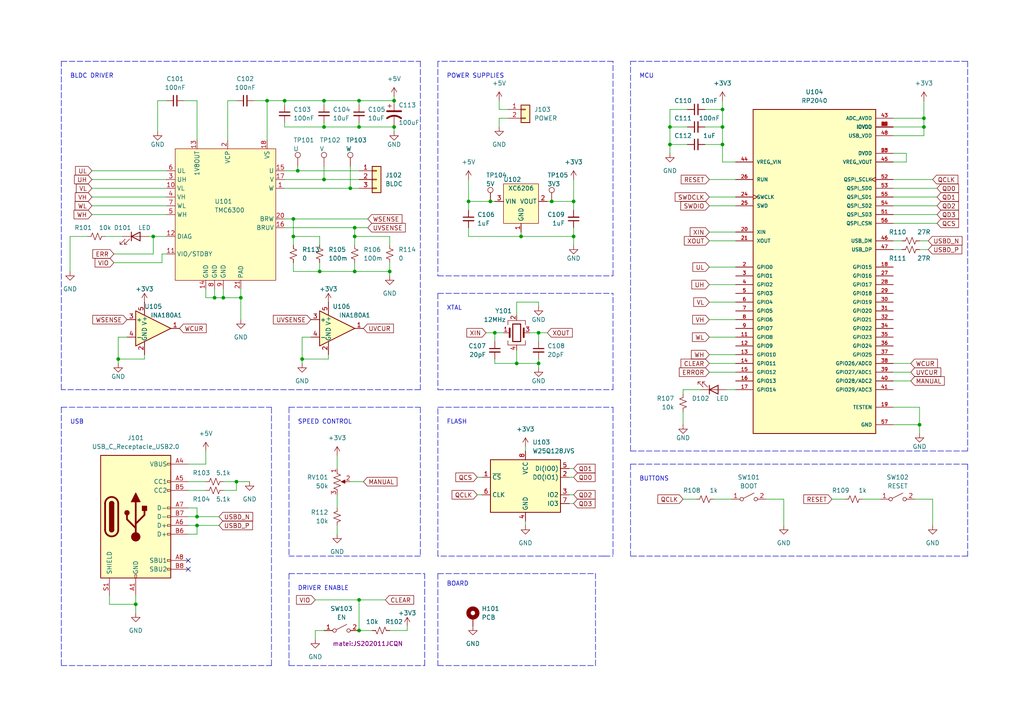
<source format=kicad_sch>
(kicad_sch (version 20211123) (generator eeschema)
  (paper "A4")
  (junction (at 166.37 68.58))
  (junction (at 57.15 152.4))
  (junction (at 104.14 36.83))
  (junction (at 143.51 96.52))
  (junction (at 209.55 31.75))
  (junction (at 135.89 58.42))
  (junction (at 85.09 63.5))
  (junction (at 102.87 68.58))
  (junction (at 62.23 86.36))
  (junction (at 102.87 78.74))
  (junction (at 44.45 68.58))
  (junction (at 34.29 104.14))
  (junction (at 209.55 41.91))
  (junction (at 82.55 29.21))
  (junction (at 194.31 41.91))
  (junction (at 101.6 54.61))
  (junction (at 102.87 66.04))
  (junction (at 93.98 52.07))
  (junction (at 104.14 173.99))
  (junction (at 57.15 149.86))
  (junction (at 160.02 58.42))
  (junction (at 69.85 86.36))
  (junction (at 64.77 86.36))
  (junction (at 114.3 29.21))
  (junction (at 93.98 29.21))
  (junction (at 156.21 105.41))
  (junction (at 142.24 58.42))
  (junction (at 266.7 123.19))
  (junction (at 86.36 49.53))
  (junction (at 267.97 34.29))
  (junction (at 149.86 105.41))
  (junction (at 104.14 29.21))
  (junction (at 209.55 36.83))
  (junction (at 194.31 36.83))
  (junction (at 104.14 182.88))
  (junction (at 156.21 96.52))
  (junction (at 114.3 36.83))
  (junction (at 77.47 29.21))
  (junction (at 92.71 78.74))
  (junction (at 267.97 36.83))
  (junction (at 85.09 68.58))
  (junction (at 93.98 36.83))
  (junction (at 113.03 78.74))
  (junction (at 87.63 104.14))
  (junction (at 151.13 68.58))
  (junction (at 166.37 58.42))
  (junction (at 68.58 139.7))
  (junction (at 39.37 175.26))
  (no_connect (at 54.61 162.56))
  (no_connect (at 54.61 165.1))
  (wire (pts (xy 204.47 36.83) (xy 209.55 36.83)))
  (wire (pts (xy 205.74 107.95) (xy 213.36 107.95)))
  (wire (pts (xy 194.31 41.91) (xy 199.39 41.91)))
  (wire (pts (xy 160.02 58.42) (xy 166.37 58.42)))
  (polyline (pts (xy 127 193.04) (xy 172.72 193.04)))
  (wire (pts (xy 166.37 58.42) (xy 166.37 60.96)))
  (wire (pts (xy 147.32 34.29) (xy 144.78 34.29)))
  (wire (pts (xy 102.87 68.58) (xy 102.87 71.12)))
  (polyline (pts (xy 127 85.09) (xy 177.8 85.09)))
  (wire (pts (xy 194.31 44.45) (xy 194.31 41.91)))
  (wire (pts (xy 26.67 62.23) (xy 48.26 62.23)))
  (wire (pts (xy 259.08 118.11) (xy 266.7 118.11)))
  (wire (pts (xy 25.4 68.58) (xy 20.32 68.58)))
  (wire (pts (xy 205.74 67.31) (xy 213.36 67.31)))
  (polyline (pts (xy 175.26 161.29) (xy 177.8 161.29)))
  (wire (pts (xy 102.87 68.58) (xy 113.03 68.58)))
  (polyline (pts (xy 177.8 17.78) (xy 127 17.78)))
  (wire (pts (xy 205.74 57.15) (xy 213.36 57.15)))
  (polyline (pts (xy 280.67 17.78) (xy 280.67 130.81)))
  (wire (pts (xy 194.31 36.83) (xy 194.31 31.75)))
  (wire (pts (xy 156.21 96.52) (xy 156.21 99.06)))
  (wire (pts (xy 31.75 175.26) (xy 39.37 175.26)))
  (wire (pts (xy 267.97 34.29) (xy 267.97 36.83)))
  (wire (pts (xy 262.89 44.45) (xy 262.89 46.99)))
  (polyline (pts (xy 127 166.37) (xy 127 193.04)))
  (wire (pts (xy 259.08 107.95) (xy 264.16 107.95)))
  (wire (pts (xy 205.74 102.87) (xy 213.36 102.87)))
  (wire (pts (xy 87.63 97.79) (xy 87.63 104.14)))
  (wire (pts (xy 104.14 35.56) (xy 104.14 36.83)))
  (wire (pts (xy 156.21 104.14) (xy 156.21 105.41)))
  (wire (pts (xy 153.67 96.52) (xy 156.21 96.52)))
  (wire (pts (xy 69.85 83.82) (xy 69.85 86.36)))
  (wire (pts (xy 92.71 78.74) (xy 102.87 78.74)))
  (wire (pts (xy 54.61 139.7) (xy 59.69 139.7)))
  (wire (pts (xy 57.15 29.21) (xy 53.34 29.21)))
  (wire (pts (xy 204.47 41.91) (xy 209.55 41.91)))
  (wire (pts (xy 82.55 54.61) (xy 101.6 54.61)))
  (wire (pts (xy 77.47 29.21) (xy 77.47 40.64)))
  (wire (pts (xy 205.74 87.63) (xy 213.36 87.63)))
  (wire (pts (xy 90.17 97.79) (xy 87.63 97.79)))
  (wire (pts (xy 92.71 68.58) (xy 85.09 68.58)))
  (wire (pts (xy 209.55 29.21) (xy 209.55 31.75)))
  (wire (pts (xy 198.12 113.03) (xy 203.2 113.03)))
  (wire (pts (xy 204.47 31.75) (xy 209.55 31.75)))
  (wire (pts (xy 259.08 64.77) (xy 271.78 64.77)))
  (wire (pts (xy 138.43 143.51) (xy 139.7 143.51)))
  (wire (pts (xy 262.89 46.99) (xy 259.08 46.99)))
  (wire (pts (xy 250.19 144.78) (xy 255.27 144.78)))
  (polyline (pts (xy 182.88 134.62) (xy 280.67 134.62)))
  (wire (pts (xy 118.11 182.88) (xy 113.03 182.88)))
  (wire (pts (xy 44.45 73.66) (xy 44.45 68.58)))
  (wire (pts (xy 205.74 69.85) (xy 213.36 69.85)))
  (wire (pts (xy 62.23 86.36) (xy 64.77 86.36)))
  (wire (pts (xy 57.15 147.32) (xy 57.15 149.86)))
  (wire (pts (xy 34.29 104.14) (xy 34.29 105.41)))
  (wire (pts (xy 54.61 147.32) (xy 57.15 147.32)))
  (polyline (pts (xy 127 85.09) (xy 127 113.03)))
  (wire (pts (xy 259.08 36.83) (xy 267.97 36.83)))
  (wire (pts (xy 41.91 104.14) (xy 34.29 104.14)))
  (polyline (pts (xy 121.92 113.03) (xy 17.78 113.03)))
  (wire (pts (xy 209.55 31.75) (xy 209.55 36.83)))
  (wire (pts (xy 267.97 36.83) (xy 267.97 39.37)))
  (polyline (pts (xy 127 161.29) (xy 127 118.11)))
  (wire (pts (xy 66.04 40.64) (xy 66.04 29.21)))
  (wire (pts (xy 104.14 29.21) (xy 104.14 30.48)))
  (wire (pts (xy 149.86 87.63) (xy 156.21 87.63)))
  (polyline (pts (xy 78.74 193.04) (xy 78.74 118.11)))
  (wire (pts (xy 149.86 91.44) (xy 149.86 87.63)))
  (wire (pts (xy 140.97 96.52) (xy 143.51 96.52)))
  (wire (pts (xy 135.89 58.42) (xy 142.24 58.42)))
  (wire (pts (xy 35.56 68.58) (xy 30.48 68.58)))
  (wire (pts (xy 86.36 49.53) (xy 104.14 49.53)))
  (wire (pts (xy 92.71 76.2) (xy 92.71 78.74)))
  (polyline (pts (xy 182.88 130.81) (xy 182.88 17.78)))
  (wire (pts (xy 54.61 142.24) (xy 59.69 142.24)))
  (wire (pts (xy 102.87 66.04) (xy 102.87 68.58)))
  (wire (pts (xy 93.98 48.26) (xy 93.98 52.07)))
  (wire (pts (xy 135.89 52.07) (xy 135.89 58.42)))
  (wire (pts (xy 259.08 52.07) (xy 270.51 52.07)))
  (polyline (pts (xy 172.72 193.04) (xy 172.72 166.37)))
  (wire (pts (xy 57.15 154.94) (xy 54.61 154.94)))
  (wire (pts (xy 156.21 96.52) (xy 158.75 96.52)))
  (wire (pts (xy 33.02 73.66) (xy 44.45 73.66)))
  (wire (pts (xy 152.4 129.54) (xy 152.4 130.81)))
  (polyline (pts (xy 17.78 113.03) (xy 17.78 17.78)))
  (wire (pts (xy 26.67 49.53) (xy 48.26 49.53)))
  (wire (pts (xy 227.33 144.78) (xy 227.33 152.4)))
  (wire (pts (xy 165.1 143.51) (xy 166.37 143.51)))
  (polyline (pts (xy 83.82 118.11) (xy 83.82 161.29)))
  (wire (pts (xy 198.12 113.03) (xy 198.12 114.3)))
  (wire (pts (xy 166.37 68.58) (xy 166.37 71.12)))
  (wire (pts (xy 156.21 105.41) (xy 149.86 105.41)))
  (polyline (pts (xy 182.88 130.81) (xy 280.67 130.81)))
  (wire (pts (xy 26.67 52.07) (xy 48.26 52.07)))
  (wire (pts (xy 39.37 175.26) (xy 39.37 177.8)))
  (wire (pts (xy 87.63 104.14) (xy 87.63 105.41)))
  (wire (pts (xy 113.03 68.58) (xy 113.03 71.12)))
  (wire (pts (xy 82.55 66.04) (xy 102.87 66.04)))
  (wire (pts (xy 91.44 173.99) (xy 104.14 173.99)))
  (wire (pts (xy 93.98 36.83) (xy 93.98 35.56)))
  (wire (pts (xy 259.08 59.69) (xy 271.78 59.69)))
  (polyline (pts (xy 182.88 17.78) (xy 280.67 17.78)))
  (wire (pts (xy 142.24 58.42) (xy 143.51 58.42)))
  (wire (pts (xy 113.03 78.74) (xy 102.87 78.74)))
  (wire (pts (xy 118.11 181.61) (xy 118.11 182.88)))
  (wire (pts (xy 36.83 97.79) (xy 34.29 97.79)))
  (wire (pts (xy 97.79 152.4) (xy 97.79 154.94)))
  (wire (pts (xy 33.02 76.2) (xy 46.99 76.2)))
  (wire (pts (xy 59.69 134.62) (xy 59.69 130.81)))
  (wire (pts (xy 93.98 182.88) (xy 91.44 182.88)))
  (wire (pts (xy 149.86 105.41) (xy 143.51 105.41)))
  (wire (pts (xy 68.58 139.7) (xy 72.39 139.7)))
  (polyline (pts (xy 182.88 134.62) (xy 182.88 161.29)))
  (wire (pts (xy 144.78 31.75) (xy 147.32 31.75)))
  (polyline (pts (xy 17.78 17.78) (xy 121.92 17.78)))
  (wire (pts (xy 31.75 172.72) (xy 31.75 175.26)))
  (wire (pts (xy 259.08 54.61) (xy 271.78 54.61)))
  (wire (pts (xy 135.89 68.58) (xy 151.13 68.58)))
  (wire (pts (xy 93.98 36.83) (xy 82.55 36.83)))
  (wire (pts (xy 85.09 78.74) (xy 92.71 78.74)))
  (polyline (pts (xy 83.82 166.37) (xy 123.19 166.37)))
  (wire (pts (xy 144.78 29.21) (xy 144.78 31.75)))
  (wire (pts (xy 144.78 34.29) (xy 144.78 36.83)))
  (polyline (pts (xy 17.78 118.11) (xy 17.78 193.04)))
  (wire (pts (xy 101.6 139.7) (xy 105.41 139.7)))
  (wire (pts (xy 266.7 123.19) (xy 266.7 125.73)))
  (wire (pts (xy 205.74 59.69) (xy 213.36 59.69)))
  (wire (pts (xy 259.08 110.49) (xy 264.16 110.49)))
  (wire (pts (xy 194.31 41.91) (xy 194.31 36.83)))
  (wire (pts (xy 97.79 132.08) (xy 97.79 135.89)))
  (wire (pts (xy 151.13 67.31) (xy 151.13 68.58)))
  (wire (pts (xy 205.74 97.79) (xy 213.36 97.79)))
  (wire (pts (xy 48.26 73.66) (xy 46.99 73.66)))
  (wire (pts (xy 57.15 149.86) (xy 63.5 149.86)))
  (wire (pts (xy 20.32 68.58) (xy 20.32 78.74)))
  (wire (pts (xy 259.08 57.15) (xy 271.78 57.15)))
  (wire (pts (xy 102.87 66.04) (xy 106.68 66.04)))
  (polyline (pts (xy 17.78 118.11) (xy 78.74 118.11)))
  (wire (pts (xy 143.51 96.52) (xy 146.05 96.52)))
  (polyline (pts (xy 123.19 193.04) (xy 123.19 166.37)))
  (wire (pts (xy 259.08 105.41) (xy 264.16 105.41)))
  (wire (pts (xy 209.55 36.83) (xy 209.55 41.91)))
  (wire (pts (xy 93.98 29.21) (xy 104.14 29.21)))
  (wire (pts (xy 62.23 83.82) (xy 62.23 86.36)))
  (wire (pts (xy 143.51 99.06) (xy 143.51 96.52)))
  (polyline (pts (xy 127 80.01) (xy 177.8 80.01)))
  (wire (pts (xy 158.75 58.42) (xy 160.02 58.42)))
  (wire (pts (xy 207.01 144.78) (xy 212.09 144.78)))
  (wire (pts (xy 198.12 144.78) (xy 201.93 144.78)))
  (wire (pts (xy 82.55 29.21) (xy 82.55 30.48)))
  (wire (pts (xy 45.72 29.21) (xy 45.72 38.1)))
  (polyline (pts (xy 280.67 161.29) (xy 182.88 161.29)))
  (polyline (pts (xy 177.8 118.11) (xy 177.8 161.29)))
  (wire (pts (xy 222.25 144.78) (xy 227.33 144.78)))
  (wire (pts (xy 198.12 119.38) (xy 198.12 123.19)))
  (wire (pts (xy 213.36 113.03) (xy 210.82 113.03)))
  (wire (pts (xy 64.77 86.36) (xy 69.85 86.36)))
  (wire (pts (xy 259.08 39.37) (xy 267.97 39.37)))
  (wire (pts (xy 149.86 101.6) (xy 149.86 105.41)))
  (polyline (pts (xy 177.8 80.01) (xy 177.8 17.78)))
  (wire (pts (xy 138.43 138.43) (xy 139.7 138.43)))
  (wire (pts (xy 194.31 31.75) (xy 199.39 31.75)))
  (wire (pts (xy 205.74 82.55) (xy 213.36 82.55)))
  (wire (pts (xy 57.15 152.4) (xy 63.5 152.4)))
  (wire (pts (xy 86.36 48.26) (xy 86.36 49.53)))
  (wire (pts (xy 95.25 104.14) (xy 87.63 104.14)))
  (wire (pts (xy 59.69 83.82) (xy 59.69 86.36)))
  (wire (pts (xy 102.87 76.2) (xy 102.87 78.74)))
  (wire (pts (xy 93.98 29.21) (xy 93.98 30.48)))
  (wire (pts (xy 26.67 57.15) (xy 48.26 57.15)))
  (polyline (pts (xy 127 166.37) (xy 172.72 166.37)))
  (wire (pts (xy 113.03 76.2) (xy 113.03 78.74)))
  (wire (pts (xy 64.77 83.82) (xy 64.77 86.36)))
  (wire (pts (xy 57.15 149.86) (xy 54.61 149.86)))
  (wire (pts (xy 57.15 152.4) (xy 57.15 154.94)))
  (wire (pts (xy 82.55 63.5) (xy 85.09 63.5)))
  (polyline (pts (xy 83.82 193.04) (xy 123.19 193.04)))
  (polyline (pts (xy 121.92 17.78) (xy 121.92 113.03)))
  (wire (pts (xy 48.26 29.21) (xy 45.72 29.21)))
  (wire (pts (xy 205.74 105.41) (xy 213.36 105.41)))
  (wire (pts (xy 135.89 66.04) (xy 135.89 68.58)))
  (polyline (pts (xy 127 113.03) (xy 177.8 113.03)))
  (wire (pts (xy 165.1 138.43) (xy 166.37 138.43)))
  (wire (pts (xy 44.45 68.58) (xy 43.18 68.58)))
  (polyline (pts (xy 83.82 118.11) (xy 121.92 118.11)))
  (wire (pts (xy 267.97 29.21) (xy 267.97 34.29)))
  (wire (pts (xy 166.37 66.04) (xy 166.37 68.58)))
  (wire (pts (xy 205.74 52.07) (xy 213.36 52.07)))
  (polyline (pts (xy 127 17.78) (xy 127 80.01)))
  (wire (pts (xy 209.55 46.99) (xy 213.36 46.99)))
  (wire (pts (xy 77.47 29.21) (xy 82.55 29.21)))
  (wire (pts (xy 113.03 78.74) (xy 113.03 80.01)))
  (wire (pts (xy 107.95 182.88) (xy 104.14 182.88)))
  (wire (pts (xy 59.69 86.36) (xy 62.23 86.36)))
  (wire (pts (xy 104.14 173.99) (xy 104.14 182.88)))
  (wire (pts (xy 85.09 63.5) (xy 106.68 63.5)))
  (polyline (pts (xy 121.92 161.29) (xy 83.82 161.29)))
  (wire (pts (xy 82.55 49.53) (xy 86.36 49.53)))
  (wire (pts (xy 241.3 144.78) (xy 245.11 144.78)))
  (wire (pts (xy 165.1 135.89) (xy 166.37 135.89)))
  (wire (pts (xy 104.14 36.83) (xy 114.3 36.83)))
  (wire (pts (xy 156.21 87.63) (xy 156.21 88.9)))
  (wire (pts (xy 64.77 142.24) (xy 68.58 142.24)))
  (wire (pts (xy 156.21 105.41) (xy 156.21 106.68)))
  (wire (pts (xy 44.45 68.58) (xy 48.26 68.58)))
  (wire (pts (xy 270.51 144.78) (xy 270.51 152.4)))
  (wire (pts (xy 92.71 68.58) (xy 92.71 71.12)))
  (polyline (pts (xy 121.92 118.11) (xy 121.92 161.29)))
  (wire (pts (xy 91.44 182.88) (xy 91.44 185.42)))
  (wire (pts (xy 259.08 44.45) (xy 262.89 44.45)))
  (wire (pts (xy 26.67 59.69) (xy 48.26 59.69)))
  (wire (pts (xy 41.91 102.87) (xy 41.91 104.14)))
  (wire (pts (xy 54.61 152.4) (xy 57.15 152.4)))
  (wire (pts (xy 97.79 143.51) (xy 97.79 147.32)))
  (wire (pts (xy 165.1 146.05) (xy 166.37 146.05)))
  (wire (pts (xy 68.58 142.24) (xy 68.58 139.7)))
  (wire (pts (xy 152.4 151.13) (xy 152.4 152.4)))
  (wire (pts (xy 205.74 77.47) (xy 213.36 77.47)))
  (wire (pts (xy 209.55 41.91) (xy 209.55 46.99)))
  (wire (pts (xy 95.25 102.87) (xy 95.25 104.14)))
  (polyline (pts (xy 83.82 166.37) (xy 83.82 193.04)))
  (wire (pts (xy 259.08 72.39) (xy 261.62 72.39)))
  (wire (pts (xy 205.74 92.71) (xy 213.36 92.71)))
  (polyline (pts (xy 175.26 161.29) (xy 127 161.29)))
  (wire (pts (xy 194.31 36.83) (xy 199.39 36.83)))
  (wire (pts (xy 135.89 58.42) (xy 135.89 60.96)))
  (wire (pts (xy 143.51 105.41) (xy 143.51 104.14)))
  (wire (pts (xy 57.15 40.64) (xy 57.15 29.21)))
  (wire (pts (xy 266.7 72.39) (xy 269.24 72.39)))
  (wire (pts (xy 34.29 97.79) (xy 34.29 104.14)))
  (wire (pts (xy 104.14 29.21) (xy 114.3 29.21)))
  (wire (pts (xy 114.3 36.83) (xy 114.3 38.1)))
  (wire (pts (xy 266.7 118.11) (xy 266.7 123.19)))
  (wire (pts (xy 82.55 52.07) (xy 93.98 52.07)))
  (wire (pts (xy 85.09 63.5) (xy 85.09 68.58)))
  (wire (pts (xy 259.08 123.19) (xy 266.7 123.19)))
  (polyline (pts (xy 280.67 134.62) (xy 280.67 161.29)))
  (wire (pts (xy 54.61 134.62) (xy 59.69 134.62)))
  (wire (pts (xy 69.85 86.36) (xy 69.85 92.71)))
  (wire (pts (xy 101.6 48.26) (xy 101.6 54.61)))
  (wire (pts (xy 259.08 62.23) (xy 271.78 62.23)))
  (wire (pts (xy 93.98 36.83) (xy 104.14 36.83)))
  (wire (pts (xy 85.09 76.2) (xy 85.09 78.74)))
  (wire (pts (xy 26.67 54.61) (xy 48.26 54.61)))
  (wire (pts (xy 101.6 54.61) (xy 104.14 54.61)))
  (polyline (pts (xy 177.8 113.03) (xy 177.8 85.09)))
  (wire (pts (xy 266.7 69.85) (xy 269.24 69.85)))
  (wire (pts (xy 259.08 34.29) (xy 267.97 34.29)))
  (wire (pts (xy 111.76 173.99) (xy 104.14 173.99)))
  (wire (pts (xy 73.66 29.21) (xy 77.47 29.21)))
  (wire (pts (xy 265.43 144.78) (xy 270.51 144.78)))
  (wire (pts (xy 151.13 68.58) (xy 166.37 68.58)))
  (wire (pts (xy 46.99 73.66) (xy 46.99 76.2)))
  (wire (pts (xy 82.55 29.21) (xy 93.98 29.21)))
  (wire (pts (xy 82.55 35.56) (xy 82.55 36.83)))
  (wire (pts (xy 66.04 29.21) (xy 68.58 29.21)))
  (wire (pts (xy 93.98 52.07) (xy 104.14 52.07)))
  (wire (pts (xy 85.09 68.58) (xy 85.09 71.12)))
  (wire (pts (xy 259.08 69.85) (xy 261.62 69.85)))
  (polyline (pts (xy 17.78 193.04) (xy 78.74 193.04)))
  (wire (pts (xy 166.37 58.42) (xy 166.37 52.07)))
  (wire (pts (xy 39.37 172.72) (xy 39.37 175.26)))
  (wire (pts (xy 64.77 139.7) (xy 68.58 139.7)))
  (polyline (pts (xy 127 118.11) (xy 177.8 118.11)))
  (wire (pts (xy 114.3 27.94) (xy 114.3 29.21)))
  (text "BUTTONS" (at 185.42 139.7 0) (effects (font (size 1.27 1.27)) (justify left bottom)))
  (text "BLDC DRIVER" (at 20.32 22.86 0) (effects (font (size 1.27 1.27)) (justify left bottom)))
  (text "BOARD" (at 129.54 170.18 0) (effects (font (size 1.27 1.27)) (justify left bottom)))
  (text "SPEED CONTROL" (at 86.36 123.19 0) (effects (font (size 1.27 1.27)) (justify left bottom)))
  (text "XTAL" (at 129.54 90.17 0) (effects (font (size 1.27 1.27)) (justify left bottom)))
  (text "MCU" (at 185.42 22.86 0) (effects (font (size 1.27 1.27)) (justify left bottom)))
  (text "USB" (at 20.32 123.19 0) (effects (font (size 1.27 1.27)) (justify left bottom)))
  (text "FLASH" (at 129.54 123.19 0) (effects (font (size 1.27 1.27)) (justify left bottom)))
  (text "POWER SUPPLIES" (at 129.54 22.86 0) (effects (font (size 1.27 1.27)) (justify left bottom)))
  (text "DRIVER ENABLE" (at 86.36 171.45 0) (effects (font (size 1.27 1.27)) (justify left bottom)))
  (global_label "RESET" (shape input) (at 205.74 52.07 180) (property "Intersheet References" "${INTERSHEET_REFS}" (effects hide)))
  (global_label "WCUR" (shape input) (at 264.16 105.41 0) (property "Intersheet References" "${INTERSHEET_REFS}" (effects hide)))
  (global_label "QCLK" (shape input) (at 138.43 143.51 180) (property "Intersheet References" "${INTERSHEET_REFS}" (effects hide)))
  (global_label "WCUR" (shape input) (at 52.07 95.25 0) (property "Intersheet References" "${INTERSHEET_REFS}" (effects hide)))
  (global_label "CLEAR" (shape input) (at 111.76 173.99 0) (property "Intersheet References" "${INTERSHEET_REFS}" (effects hide)))
  (global_label "USBD_P" (shape input) (at 63.5 152.4 0) (property "Intersheet References" "${INTERSHEET_REFS}" (effects hide)))
  (global_label "WSENSE" (shape input) (at 106.68 63.5 0) (property "Intersheet References" "${INTERSHEET_REFS}" (effects hide)))
  (global_label "UVSENSE" (shape input) (at 106.68 66.04 0) (property "Intersheet References" "${INTERSHEET_REFS}" (effects hide)))
  (global_label "CLEAR" (shape input) (at 205.74 105.41 180) (property "Intersheet References" "${INTERSHEET_REFS}" (effects hide)))
  (global_label "UVCUR" (shape input) (at 264.16 107.95 0) (property "Intersheet References" "${INTERSHEET_REFS}" (effects hide)))
  (global_label "WH" (shape input) (at 26.67 62.23 180) (property "Intersheet References" "${INTERSHEET_REFS}" (effects hide)))
  (global_label "UVCUR" (shape input) (at 105.41 95.25 0) (property "Intersheet References" "${INTERSHEET_REFS}" (effects hide)))
  (global_label "USBD_P" (shape input) (at 269.24 72.39 0) (property "Intersheet References" "${INTERSHEET_REFS}" (effects hide)))
  (global_label "QD2" (shape input) (at 166.37 143.51 0) (property "Intersheet References" "${INTERSHEET_REFS}" (effects hide)))
  (global_label "VL" (shape input) (at 26.67 54.61 180) (property "Intersheet References" "${INTERSHEET_REFS}" (effects hide)))
  (global_label "XOUT" (shape input) (at 205.74 69.85 180) (property "Intersheet References" "${INTERSHEET_REFS}" (effects hide)))
  (global_label "QD1" (shape input) (at 271.78 57.15 0) (property "Intersheet References" "${INTERSHEET_REFS}" (effects hide)))
  (global_label "WSENSE" (shape input) (at 36.83 92.71 180) (property "Intersheet References" "${INTERSHEET_REFS}" (effects hide)))
  (global_label "QCS" (shape input) (at 138.43 138.43 180) (property "Intersheet References" "${INTERSHEET_REFS}" (effects hide)))
  (global_label "RESET" (shape input) (at 241.3 144.78 180) (property "Intersheet References" "${INTERSHEET_REFS}" (effects hide)))
  (global_label "MANUAL" (shape input) (at 105.41 139.7 0) (property "Intersheet References" "${INTERSHEET_REFS}" (effects hide)))
  (global_label "VL" (shape input) (at 205.74 87.63 180) (property "Intersheet References" "${INTERSHEET_REFS}" (effects hide)))
  (global_label "UH" (shape input) (at 26.67 52.07 180) (property "Intersheet References" "${INTERSHEET_REFS}" (effects hide)))
  (global_label "VIO" (shape input) (at 91.44 173.99 180) (property "Intersheet References" "${INTERSHEET_REFS}" (effects hide)))
  (global_label "UL" (shape input) (at 26.67 49.53 180) (property "Intersheet References" "${INTERSHEET_REFS}" (effects hide)))
  (global_label "UL" (shape input) (at 205.74 77.47 180) (property "Intersheet References" "${INTERSHEET_REFS}" (effects hide)))
  (global_label "VH" (shape input) (at 205.74 92.71 180) (property "Intersheet References" "${INTERSHEET_REFS}" (effects hide)))
  (global_label "WH" (shape input) (at 205.74 102.87 180) (property "Intersheet References" "${INTERSHEET_REFS}" (effects hide)))
  (global_label "QCS" (shape input) (at 271.78 64.77 0) (property "Intersheet References" "${INTERSHEET_REFS}" (effects hide)))
  (global_label "VIO" (shape input) (at 33.02 76.2 180) (property "Intersheet References" "${INTERSHEET_REFS}" (effects hide)))
  (global_label "QCLK" (shape input) (at 270.51 52.07 0) (property "Intersheet References" "${INTERSHEET_REFS}" (effects hide)))
  (global_label "UVSENSE" (shape input) (at 90.17 92.71 180) (property "Intersheet References" "${INTERSHEET_REFS}" (effects hide)))
  (global_label "USBD_N" (shape input) (at 63.5 149.86 0) (property "Intersheet References" "${INTERSHEET_REFS}" (effects hide)))
  (global_label "QCLK" (shape input) (at 198.12 144.78 180) (property "Intersheet References" "${INTERSHEET_REFS}" (effects hide)))
  (global_label "XOUT" (shape input) (at 158.75 96.52 0) (property "Intersheet References" "${INTERSHEET_REFS}" (effects hide)))
  (global_label "WL" (shape input) (at 26.67 59.69 180) (property "Intersheet References" "${INTERSHEET_REFS}" (effects hide)))
  (global_label "WL" (shape input) (at 205.74 97.79 180) (property "Intersheet References" "${INTERSHEET_REFS}" (effects hide)))
  (global_label "QD1" (shape input) (at 166.37 135.89 0) (property "Intersheet References" "${INTERSHEET_REFS}" (effects hide)))
  (global_label "UH" (shape input) (at 205.74 82.55 180) (property "Intersheet References" "${INTERSHEET_REFS}" (effects hide)))
  (global_label "XIN" (shape input) (at 140.97 96.52 180) (property "Intersheet References" "${INTERSHEET_REFS}" (effects hide)))
  (global_label "QD2" (shape input) (at 271.78 59.69 0) (property "Intersheet References" "${INTERSHEET_REFS}" (effects hide)))
  (global_label "QD0" (shape input) (at 271.78 54.61 0) (property "Intersheet References" "${INTERSHEET_REFS}" (effects hide)))
  (global_label "VH" (shape input) (at 26.67 57.15 180) (property "Intersheet References" "${INTERSHEET_REFS}" (effects hide)))
  (global_label "SWDCLK" (shape input) (at 205.74 57.15 180) (property "Intersheet References" "${INTERSHEET_REFS}" (effects hide)))
  (global_label "SWDIO" (shape input) (at 205.74 59.69 180) (property "Intersheet References" "${INTERSHEET_REFS}" (effects hide)))
  (global_label "QD0" (shape input) (at 166.37 138.43 0) (property "Intersheet References" "${INTERSHEET_REFS}" (effects hide)))
  (global_label "XIN" (shape input) (at 205.74 67.31 180) (property "Intersheet References" "${INTERSHEET_REFS}" (effects hide)))
  (global_label "QD3" (shape input) (at 166.37 146.05 0) (property "Intersheet References" "${INTERSHEET_REFS}" (effects hide)))
  (global_label "QD3" (shape input) (at 271.78 62.23 0) (property "Intersheet References" "${INTERSHEET_REFS}" (effects hide)))
  (global_label "ERROR" (shape input) (at 205.74 107.95 180) (property "Intersheet References" "${INTERSHEET_REFS}" (effects hide)))
  (global_label "MANUAL" (shape input) (at 264.16 110.49 0) (property "Intersheet References" "${INTERSHEET_REFS}" (effects hide)))
  (global_label "ERR" (shape input) (at 33.02 73.66 180) (property "Intersheet References" "${INTERSHEET_REFS}" (effects hide)))
  (global_label "USBD_N" (shape input) (at 269.24 69.85 0) (property "Intersheet References" "${INTERSHEET_REFS}" (effects hide)))
  (symbol (lib_id "power:GND") (at 270.51 152.4 0) (unit 1)
    (property "Reference" "#PWR0128" (effects hide))
    (property "Value" "GND" (at 270.51 157.48 0))
  )
  (symbol (lib_id "Connector_Generic:Conn_01x03") (at 109.22 52.07 0) (unit 1)
    (property "Reference" "J102" (at 111.76 50.7999 0) (effects (justify left)))
    (property "Value" "BLDC" (at 111.76 53.3399 0) (effects (justify left)))
    (property "Footprint" "Connector_JST:JST_XH_S3B-XH-A_1x03_P2.50mm_Horizontal" (effects hide))
  )
  (symbol (lib_id "power:+3V3") (at 152.4 129.54 0) (unit 1)
    (property "Reference" "#PWR0116" (effects hide))
    (property "Value" "+3V3" (at 152.4 124.46 0))
  )
  (symbol (lib_id "Device:R_Small_US") (at 92.71 73.66 0) (unit 1)
    (property "Reference" "R105" (at 95.25 72.3899 0) (effects (justify left)))
    (property "Value" "100m" (at 95.25 74.9299 0) (effects (justify left)))
    (property "Footprint" "Resistor_SMD:R_2512_6332Metric" (effects hide))
  )
  (symbol (lib_id "Connector:TestPoint") (at 142.24 58.42 0) (unit 1)
    (property "Reference" "TP104" (at 140.97 50.8 0) (effects (justify left)))
    (property "Value" "5V" (at 140.97 53.34 0) (effects (justify left)))
    (property "Footprint" "TestPoint:TestPoint_Pad_D1.5mm" (effects hide))
  )
  (symbol (lib_id "power:+5V") (at 144.78 29.21 0) (unit 1)
    (property "Reference" "#PWR0114" (effects hide))
    (property "Value" "+5V" (at 144.78 24.13 0))
  )
  (symbol (lib_id "power:GND") (at 87.63 105.41 0) (unit 1)
    (property "Reference" "#PWR0132" (effects hide))
    (property "Value" "GND" (at 87.63 110.49 0))
  )
  (symbol (lib_id "Device:R_Small_US") (at 247.65 144.78 90) (unit 1)
    (property "Reference" "R109" (at 243.84 142.24 90))
    (property "Value" "1k" (at 250.19 142.24 90))
    (property "Footprint" "Resistor_SMD:R_0402_1005Metric" (effects hide))
  )
  (symbol (lib_id "Device:R_Small_US") (at 62.23 142.24 90) (unit 1)
    (property "Reference" "R104" (at 58.42 144.78 90))
    (property "Value" "5.1k" (at 64.77 144.78 90))
    (property "Footprint" "Resistor_SMD:R_0402_1005Metric" (effects hide))
  )
  (symbol (lib_id "Device:R_Small_US") (at 264.16 72.39 90) (unit 1)
    (property "Reference" "R111" (at 260.35 74.93 90))
    (property "Value" "27R" (at 267.97 74.93 90))
    (property "Footprint" "Resistor_SMD:R_0603_1608Metric" (effects hide))
  )
  (symbol (lib_id "Device:C_Small") (at 71.12 29.21 90) (unit 1)
    (property "Reference" "C102" (at 71.1263 22.86 90))
    (property "Value" "100nF" (at 71.1263 25.4 90))
    (property "Footprint" "Capacitor_SMD:C_0402_1005Metric" (effects hide))
  )
  (symbol (lib_id "power:GND") (at 114.3 38.1 0) (unit 1)
    (property "Reference" "#PWR0112" (effects hide))
    (property "Value" "GND" (at 114.3 41.91 0))
  )
  (symbol (lib_id "matei:XC6206") (at 151.13 58.42 0) (unit 1)
    (property "Reference" "U102" (at 148.59 52.07 0))
    (property "Value" "XC6206" (at 151.13 54.61 0))
    (property "Footprint" "Package_TO_SOT_SMD:SOT-23" (effects hide))
    (property "Datasheet" "https://datasheet.lcsc.com/lcsc/1809201513_Torex-Semicon-XC6206P332MR_C5446.pdf" (effects hide))
  )
  (symbol (lib_id "Connector:TestPoint") (at 86.36 48.26 0) (unit 1)
    (property "Reference" "TP101" (at 85.09 40.64 0) (effects (justify left)))
    (property "Value" "U" (at 85.09 43.18 0) (effects (justify left)))
    (property "Footprint" "TestPoint:TestPoint_Pad_D1.5mm" (effects hide))
  )
  (symbol (lib_id "Connector:TestPoint") (at 93.98 48.26 0) (unit 1)
    (property "Reference" "TP102" (at 92.71 40.64 0) (effects (justify left)))
    (property "Value" "V" (at 92.71 43.18 0) (effects (justify left)))
    (property "Footprint" "TestPoint:TestPoint_Pad_D1.5mm" (effects hide))
  )
  (symbol (lib_id "Device:R_Small_US") (at 102.87 73.66 0) (unit 1)
    (property "Reference" "R106" (at 105.41 72.3899 0) (effects (justify left)))
    (property "Value" "100m" (at 105.41 74.9299 0) (effects (justify left)))
    (property "Footprint" "Resistor_SMD:R_2512_6332Metric" (effects hide))
  )
  (symbol (lib_id "Switch:SW_SPST") (at 260.35 144.78 0) (unit 1)
    (property "Reference" "SW102" (at 260.35 138.43 0))
    (property "Value" "RESET" (at 260.35 140.97 0))
    (property "Footprint" "matei:TS-1187A-B-A-B" (effects hide))
  )
  (symbol (lib_id "power:GND") (at 113.03 80.01 0) (unit 1)
    (property "Reference" "#PWR0110" (effects hide))
    (property "Value" "GND" (at 113.03 85.09 0))
  )
  (symbol (lib_id "power:GND") (at 91.44 185.42 0) (unit 1)
    (property "Reference" "#PWR0129" (effects hide))
    (property "Value" "GND" (at 91.44 190.5 0))
  )
  (symbol (lib_id "Device:R_Potentiometer_US") (at 97.79 139.7 0) (unit 1)
    (property "Reference" "RV101" (at 95.25 138.4299 0) (effects (justify right)))
    (property "Value" "50k" (at 95.25 140.9699 0) (effects (justify right)))
    (property "Footprint" "Potentiometer_SMD:Potentiometer_Bourns_3314J_Vertical" (effects hide))
  )
  (symbol (lib_id "power:+3V3") (at 97.79 132.08 0) (unit 1)
    (property "Reference" "#PWR0108" (effects hide))
    (property "Value" "+3V3" (at 97.79 127 0))
  )
  (symbol (lib_id "power:+5V") (at 135.89 52.07 0) (unit 1)
    (property "Reference" "#PWR0113" (effects hide))
    (property "Value" "+5V" (at 135.89 46.99 0))
  )
  (symbol (lib_id "power:GND") (at 227.33 152.4 0) (unit 1)
    (property "Reference" "#PWR0125" (effects hide))
    (property "Value" "GND" (at 227.33 157.48 0))
  )
  (symbol (lib_id "Device:C_Small") (at 135.89 63.5 0) (unit 1)
    (property "Reference" "C106" (at 138.43 62.2362 0) (effects (justify left)))
    (property "Value" "1uF" (at 138.43 64.7762 0) (effects (justify left)))
    (property "Footprint" "Capacitor_SMD:C_0402_1005Metric" (effects hide))
  )
  (symbol (lib_id "Device:R_Small_US") (at 110.49 182.88 270) (mirror x) (unit 1)
    (property "Reference" "R102" (at 114.3 180.34 90))
    (property "Value" "10k" (at 107.95 180.34 90))
    (property "Footprint" "Resistor_SMD:R_0402_1005Metric" (effects hide))
  )
  (symbol (lib_id "Device:C_Small") (at 50.8 29.21 90) (unit 1)
    (property "Reference" "C101" (at 50.8063 22.86 90))
    (property "Value" "100nF" (at 50.8063 25.4 90))
    (property "Footprint" "Capacitor_SMD:C_0402_1005Metric" (effects hide))
  )
  (symbol (lib_id "power:+3V3") (at 209.55 29.21 0) (unit 1)
    (property "Reference" "#PWR0124" (effects hide))
    (property "Value" "+3V3" (at 209.55 24.13 0))
  )
  (symbol (lib_id "Device:LED") (at 39.37 68.58 0) (unit 1)
    (property "Reference" "D101" (at 35.56 66.04 0))
    (property "Value" "LED" (at 41.91 66.04 0))
    (property "Footprint" "Diode_SMD:D_0603_1608Metric" (effects hide))
  )
  (symbol (lib_id "Mechanical:MountingHole_Pad") (at 137.16 179.07 0) (unit 1)
    (property "Reference" "H101" (at 139.7 176.5299 0) (effects (justify left)))
    (property "Value" "PCB" (at 139.7 179.0699 0) (effects (justify left)))
    (property "Footprint" "matei:easy-esc-outline" (effects hide))
  )
  (symbol (lib_id "Switch:SW_SPST") (at 99.06 182.88 0) (unit 1)
    (property "Reference" "SW103" (at 99.06 176.53 0))
    (property "Value" "EN" (at 99.06 179.07 0))
    (property "Footprint" "matei:JS202011JCQN" (at 106.68 186.69 0))
  )
  (symbol (lib_id "Device:C_Small") (at 156.21 101.6 0) (unit 1)
    (property "Reference" "C108" (at 158.75 100.3362 0) (effects (justify left)))
    (property "Value" "20pF" (at 158.75 102.87 0) (effects (justify left)))
    (property "Footprint" "Capacitor_SMD:C_0402_1005Metric" (effects hide))
  )
  (symbol (lib_id "Memory_Flash:W25Q128JVS") (at 152.4 140.97 0) (unit 1)
    (property "Reference" "U103" (at 154.4194 128.27 0) (effects (justify left)))
    (property "Value" "W25Q128JVS" (at 154.4194 130.81 0) (effects (justify left)))
    (property "Footprint" "Package_SO:SOIC-8_5.23x5.23mm_P1.27mm" (effects hide))
    (property "Datasheet" "http://www.winbond.com/resource-files/w25q128jv_dtr%20revc%2003272018%20plus.pdf" (effects hide))
  )
  (symbol (lib_id "Device:R_Small_US") (at 27.94 68.58 90) (unit 1)
    (property "Reference" "R101" (at 24.13 66.04 90))
    (property "Value" "10k" (at 30.48 66.04 90))
    (property "Footprint" "Resistor_SMD:R_0402_1005Metric" (effects hide))
  )
  (symbol (lib_id "Switch:SW_SPST") (at 217.17 144.78 0) (unit 1)
    (property "Reference" "SW101" (at 217.17 138.43 0))
    (property "Value" "BOOT" (at 217.17 140.97 0))
    (property "Footprint" "matei:TS-1187A-B-A-B" (effects hide))
  )
  (symbol (lib_id "Device:C_Small") (at 201.93 31.75 90) (unit 1)
    (property "Reference" "C110" (at 198.12 29.21 90))
    (property "Value" "10nF" (at 205.74 29.21 90))
    (property "Footprint" "Capacitor_SMD:C_0402_1005Metric" (effects hide))
  )
  (symbol (lib_id "power:+3V3") (at 41.91 87.63 0) (mirror y) (unit 1)
    (property "Reference" "#PWR0131" (effects hide))
    (property "Value" "+3V3" (at 41.91 83.82 0))
  )
  (symbol (lib_id "power:GND") (at 45.72 38.1 0) (unit 1)
    (property "Reference" "#PWR0104" (effects hide))
    (property "Value" "GND" (at 45.72 41.91 0))
  )
  (symbol (lib_id "Device:C_Small") (at 93.98 33.02 0) (unit 1)
    (property "Reference" "C104" (at 96.52 31.7562 0) (effects (justify left)))
    (property "Value" "10uF" (at 96.52 34.2962 0) (effects (justify left)))
    (property "Footprint" "Capacitor_SMD:C_0402_1005Metric" (effects hide))
  )
  (symbol (lib_id "Connector_Generic:Conn_01x02") (at 152.4 31.75 0) (unit 1)
    (property "Reference" "J103" (at 154.94 31.7499 0) (effects (justify left)))
    (property "Value" "POWER" (at 154.94 34.2899 0) (effects (justify left)))
    (property "Footprint" "Connector_JST:JST_XH_S2B-XH-A_1x02_P2.50mm_Horizontal" (effects hide))
  )
  (symbol (lib_id "Connector:USB_C_Receptacle_USB2.0") (at 39.37 149.86 0) (unit 1)
    (property "Reference" "J101" (at 39.37 127 0))
    (property "Value" "USB_C_Receptacle_USB2.0" (at 39.37 129.54 0))
    (property "Footprint" "Connector_USB:USB_C_Receptacle_HRO_TYPE-C-31-M-12" (effects hide))
    (property "Datasheet" "https://www.usb.org/sites/default/files/documents/usb_type-c.zip" (effects hide))
  )
  (symbol (lib_id "power:GND") (at 198.12 123.19 0) (unit 1)
    (property "Reference" "#PWR0123" (effects hide))
    (property "Value" "GND" (at 198.12 127 0))
  )
  (symbol (lib_id "power:+3V3") (at 267.97 29.21 0) (unit 1)
    (property "Reference" "#PWR0127" (effects hide))
    (property "Value" "+3V3" (at 267.97 24.13 0))
  )
  (symbol (lib_id "power:GND") (at 266.7 125.73 0) (unit 1)
    (property "Reference" "#PWR0126" (effects hide))
    (property "Value" "GND" (at 266.7 129.54 0))
  )
  (symbol (lib_id "Device:Crystal_GND24") (at 149.86 96.52 0) (unit 1)
    (property "Reference" "Y101" (at 146.05 90.17 0))
    (property "Value" "12MHz" (at 143.51 92.71 0))
    (property "Footprint" "Crystal:Crystal_SMD_3225-4Pin_3.2x2.5mm" (effects hide))
  )
  (symbol (lib_id "power:GND") (at 20.32 78.74 0) (unit 1)
    (property "Reference" "#PWR0101" (effects hide))
    (property "Value" "GND" (at 20.32 83.82 0))
  )
  (symbol (lib_id "Device:R_Small_US") (at 113.03 73.66 0) (unit 1)
    (property "Reference" "R114" (at 115.57 72.3899 0) (effects (justify left)))
    (property "Value" "0" (at 115.57 74.9299 0) (effects (justify left)))
    (property "Footprint" "Resistor_SMD:R_0402_1005Metric" (effects hide))
  )
  (symbol (lib_id "power:GND") (at 39.37 177.8 0) (unit 1)
    (property "Reference" "#PWR0103" (effects hide))
    (property "Value" "GND" (at 39.37 182.88 0))
  )
  (symbol (lib_id "Device:C_Small") (at 166.37 63.5 0) (mirror x) (unit 1)
    (property "Reference" "C109" (at 163.83 62.2235 0) (effects (justify right)))
    (property "Value" "1uF" (at 163.83 64.7635 0) (effects (justify right)))
    (property "Footprint" "Capacitor_SMD:C_0402_1005Metric" (effects hide))
  )
  (symbol (lib_id "Connector:TestPoint") (at 160.02 58.42 0) (unit 1)
    (property "Reference" "TP105" (at 158.75 50.8 0) (effects (justify left)))
    (property "Value" "3V3" (at 158.75 53.34 0) (effects (justify left)))
    (property "Footprint" "TestPoint:TestPoint_Pad_D1.5mm" (effects hide))
  )
  (symbol (lib_id "Device:R_Small_US") (at 198.12 116.84 0) (mirror x) (unit 1)
    (property "Reference" "R107" (at 195.58 115.5699 0) (effects (justify right)))
    (property "Value" "10k" (at 195.58 118.1099 0) (effects (justify right)))
    (property "Footprint" "Resistor_SMD:R_0402_1005Metric" (effects hide))
  )
  (symbol (lib_id "Device:C_Small") (at 104.14 33.02 0) (unit 1)
    (property "Reference" "C105" (at 106.68 31.7562 0) (effects (justify left)))
    (property "Value" "10uF" (at 106.68 34.2962 0) (effects (justify left)))
    (property "Footprint" "Capacitor_SMD:C_0402_1005Metric" (effects hide))
  )
  (symbol (lib_id "Device:R_Small_US") (at 204.47 144.78 90) (unit 1)
    (property "Reference" "R108" (at 200.66 142.24 90))
    (property "Value" "1k" (at 207.01 142.24 90))
    (property "Footprint" "Resistor_SMD:R_0402_1005Metric" (effects hide))
  )
  (symbol (lib_id "power:GND") (at 156.21 106.68 0) (unit 1)
    (property "Reference" "#PWR0119" (effects hide))
    (property "Value" "GND" (at 156.21 110.49 0))
  )
  (symbol (lib_id "power:+3V3") (at 118.11 181.61 0) (mirror y) (unit 1)
    (property "Reference" "#PWR0102" (effects hide))
    (property "Value" "+3V3" (at 118.11 177.8 0))
  )
  (symbol (lib_id "Device:C_Small") (at 143.51 101.6 0) (mirror y) (unit 1)
    (property "Reference" "C107" (at 140.97 100.3362 0) (effects (justify left)))
    (property "Value" "20pF" (at 140.97 102.87 0) (effects (justify left)))
    (property "Footprint" "Capacitor_SMD:C_0402_1005Metric" (effects hide))
  )
  (symbol (lib_id "RP2040:RP2040") (at 236.22 80.01 0) (unit 1)
    (property "Reference" "U104" (at 236.22 26.67 0))
    (property "Value" "RP2040" (at 236.22 29.21 0))
    (property "Footprint" "matei:QFN40P700X700X90-57N" (effects hide))
    (property "STANDARD" "IPC 7351B" (effects hide))
    (property "MAXIMUM_PACKAGE_HEIGHT" "0.9 mm" (effects hide))
    (property "MANUFACTURER" "Raspberry Pi" (effects hide))
    (property "PARTREV" "1.6.1" (effects hide))
  )
  (symbol (lib_id "Device:R_Small_US") (at 85.09 73.66 0) (unit 1)
    (property "Reference" "R113" (at 87.63 72.3899 0) (effects (justify left)))
    (property "Value" "0" (at 87.63 74.9299 0) (effects (justify left)))
    (property "Footprint" "Resistor_SMD:R_0402_1005Metric" (effects hide))
  )
  (symbol (lib_id "power:GND") (at 69.85 92.71 0) (unit 1)
    (property "Reference" "#PWR0107" (effects hide))
    (property "Value" "GND" (at 69.85 97.79 0))
  )
  (symbol (lib_id "power:+5V") (at 59.69 130.81 0) (unit 1)
    (property "Reference" "#PWR0105" (effects hide))
    (property "Value" "+5V" (at 59.69 125.73 0))
  )
  (symbol (lib_id "power:GND") (at 137.16 181.61 0) (unit 1)
    (property "Reference" "#PWR0134" (effects hide))
    (property "Value" "GND" (at 137.16 186.69 0))
  )
  (symbol (lib_id "power:GND") (at 97.79 154.94 0) (unit 1)
    (property "Reference" "#PWR0109" (effects hide))
    (property "Value" "GND" (at 97.79 160.02 0))
  )
  (symbol (lib_id "power:+5V") (at 114.3 27.94 0) (unit 1)
    (property "Reference" "#PWR0111" (effects hide))
    (property "Value" "+5V" (at 114.3 22.86 0))
  )
  (symbol (lib_id "Device:C_Small") (at 201.93 41.91 90) (unit 1)
    (property "Reference" "C112" (at 198.12 39.37 90))
    (property "Value" "1uF" (at 205.74 39.37 90))
    (property "Footprint" "Capacitor_SMD:C_0402_1005Metric" (effects hide))
  )
  (symbol (lib_id "Device:R_Small_US") (at 62.23 139.7 90) (unit 1)
    (property "Reference" "R103" (at 58.42 137.16 90))
    (property "Value" "5.1k" (at 64.77 137.16 90))
    (property "Footprint" "Resistor_SMD:R_0402_1005Metric" (effects hide))
  )
  (symbol (lib_id "power:GND") (at 166.37 71.12 0) (unit 1)
    (property "Reference" "#PWR0121" (effects hide))
    (property "Value" "GND" (at 166.37 74.93 0))
  )
  (symbol (lib_id "power:GND") (at 194.31 44.45 0) (unit 1)
    (property "Reference" "#PWR0122" (effects hide))
    (property "Value" "GND" (at 194.31 49.53 0))
  )
  (symbol (lib_id "power:GND") (at 144.78 36.83 0) (unit 1)
    (property "Reference" "#PWR0115" (effects hide))
    (property "Value" "GND" (at 144.78 41.91 0))
  )
  (symbol (lib_id "Connector:TestPoint") (at 101.6 48.26 0) (unit 1)
    (property "Reference" "TP103" (at 100.33 40.64 0) (effects (justify left)))
    (property "Value" "W" (at 100.33 43.18 0) (effects (justify left)))
    (property "Footprint" "TestPoint:TestPoint_Pad_D1.5mm" (effects hide))
  )
  (symbol (lib_id "Device:R_Small_US") (at 264.16 69.85 90) (unit 1)
    (property "Reference" "R110" (at 260.35 67.31 90))
    (property "Value" "27R" (at 267.97 67.31 90))
    (property "Footprint" "Resistor_SMD:R_0603_1608Metric" (effects hide))
  )
  (symbol (lib_id "power:GND") (at 156.21 88.9 0) (unit 1)
    (property "Reference" "#PWR0118" (effects hide))
    (property "Value" "GND" (at 156.21 92.71 0))
  )
  (symbol (lib_id "Amplifier_Current:INA180A1") (at 44.45 95.25 0) (unit 1)
    (property "Reference" "U105" (at 44.45 88.9 0))
    (property "Value" "INA180A1" (at 48.26 91.44 0))
    (property "Footprint" "Package_TO_SOT_SMD:SOT-23-5" (effects hide))
    (property "Datasheet" "http://www.ti.com/lit/ds/symlink/ina180.pdf" (effects hide))
  )
  (symbol (lib_id "Device:C_Small") (at 201.93 36.83 90) (unit 1)
    (property "Reference" "C111" (at 198.12 34.29 90))
    (property "Value" "100nF" (at 205.74 34.29 90))
    (property "Footprint" "Capacitor_SMD:C_0402_1005Metric" (effects hide))
  )
  (symbol (lib_id "Device:LED") (at 207.01 113.03 0) (mirror x) (unit 1)
    (property "Reference" "D102" (at 203.2 115.57 0))
    (property "Value" "LED" (at 209.55 115.57 0))
    (property "Footprint" "Diode_SMD:D_0603_1608Metric" (effects hide))
  )
  (symbol (lib_id "matei:TMC6300") (at 66.04 58.42 0) (unit 1)
    (property "Reference" "U101" (at 62.23 58.42 0) (effects (justify left)))
    (property "Value" "TMC6300" (at 62.23 60.96 0) (effects (justify left)))
    (property "Footprint" "Package_DFN_QFN:QFN-20-1EP_3x3mm_P0.4mm_EP1.65x1.65mm" (effects hide))
    (property "Datasheet" "https://www.trinamic.com/products/integrated-circuits/details/tmc6300-la/#:~:text=Date-,Datasheet%20Rev%201.08,-640%20KB" (effects hide))
  )
  (symbol (lib_id "Device:C_Polarized_US") (at 114.3 33.02 0) (unit 1)
    (property "Reference" "C113" (at 115.57 30.48 0) (effects (justify left)))
    (property "Value" "100uF" (at 115.57 35.56 0) (effects (justify left)))
    (property "Footprint" "Capacitor_SMD:CP_Elec_4x3.9" (effects hide))
  )
  (symbol (lib_id "power:GND") (at 72.39 139.7 0) (unit 1)
    (property "Reference" "#PWR0106" (effects hide))
    (property "Value" "GND" (at 72.39 144.78 0))
  )
  (symbol (lib_id "Device:C_Small") (at 82.55 33.02 0) (unit 1)
    (property "Reference" "C103" (at 85.09 31.7562 0) (effects (justify left)))
    (property "Value" "100nF" (at 85.09 34.2962 0) (effects (justify left)))
    (property "Footprint" "Capacitor_SMD:C_0402_1005Metric" (effects hide))
  )
  (symbol (lib_id "power:GND") (at 34.29 105.41 0) (unit 1)
    (property "Reference" "#PWR0130" (effects hide))
    (property "Value" "GND" (at 34.29 109.22 0))
  )
  (symbol (lib_id "power:+3V3") (at 95.25 87.63 0) (mirror y) (unit 1)
    (property "Reference" "#PWR0133" (effects hide))
    (property "Value" "+3V3" (at 95.25 83.82 0))
  )
  (symbol (lib_id "power:+3V3") (at 166.37 52.07 0) (unit 1)
    (property "Reference" "#PWR0120" (effects hide))
    (property "Value" "+3V3" (at 166.37 46.99 0))
  )
  (symbol (lib_id "Amplifier_Current:INA180A1") (at 97.79 95.25 0) (unit 1)
    (property "Reference" "U106" (at 99.06 88.9 0))
    (property "Value" "INA180A1" (at 102.87 91.44 0))
    (property "Footprint" "Package_TO_SOT_SMD:SOT-23-5" (effects hide))
    (property "Datasheet" "http://www.ti.com/lit/ds/symlink/ina180.pdf" (effects hide))
  )
  (symbol (lib_id "power:GND") (at 152.4 152.4 0) (unit 1)
    (property "Reference" "#PWR0117" (effects hide))
    (property "Value" "GND" (at 152.4 157.48 0))
  )
  (symbol (lib_id "Device:R_Small_US") (at 97.79 149.86 0) (mirror x) (unit 1)
    (property "Reference" "R112" (at 95.25 148.5899 0) (effects (justify right)))
    (property "Value" "10k" (at 95.25 151.1299 0) (effects (justify right)))
    (property "Footprint" "Resistor_SMD:R_0402_1005Metric" (effects hide))
  )
)
</source>
